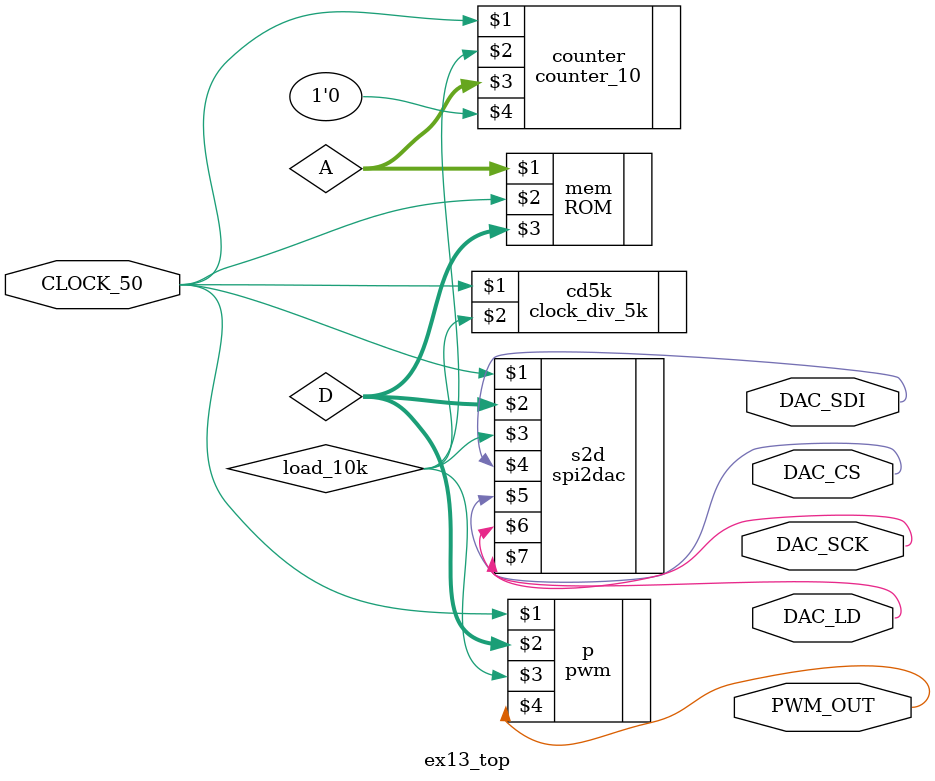
<source format=v>
module ex13_top (CLOCK_50, PWM_OUT, DAC_LD, DAC_CS,DAC_SCK,DAC_SDI);

	input CLOCK_50;
	
	output PWM_OUT;
	output DAC_LD;
	output DAC_CS;
	output DAC_SCK;
	output DAC_SDI;
	
	wire load_10k;

	wire [9:0] A;
	
	wire [9:0] D;

	clock_div_5k cd5k (CLOCK_50, load_10k);
	
	counter_10 counter (CLOCK_50,load_10k,A,1'b0);
	
	ROM mem (A[9:0],CLOCK_50,D[9:0]);
	
	spi2dac s2d (CLOCK_50, D[9:0], load_10k, DAC_SDI, DAC_CS, DAC_SCK, DAC_LD);
	
	pwm p (CLOCK_50, D[9:0], load_10k, PWM_OUT);
	
endmodule

</source>
